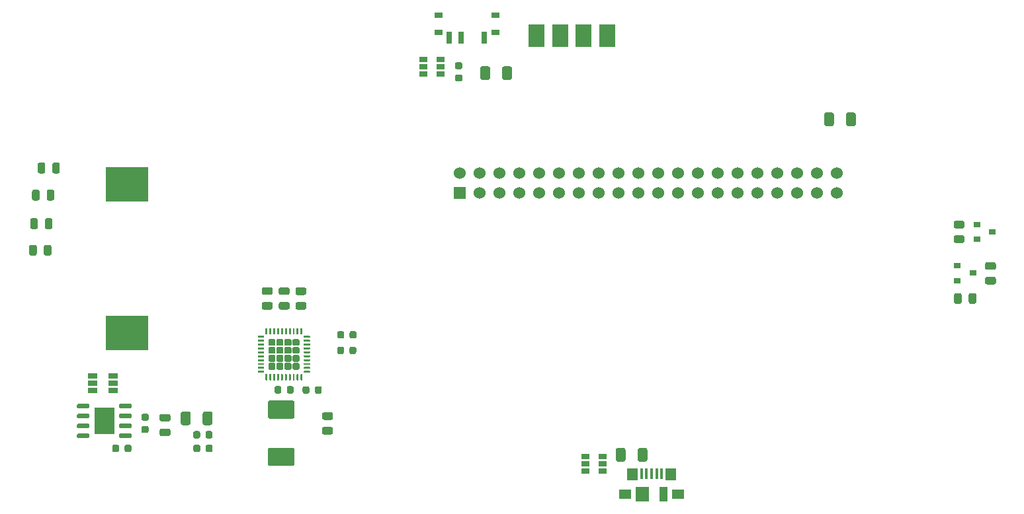
<source format=gbr>
%TF.GenerationSoftware,KiCad,Pcbnew,(5.1.6)-1*%
%TF.CreationDate,2021-04-26T08:49:06+02:00*%
%TF.ProjectId,GameboyPi,47616d65-626f-4795-9069-2e6b69636164,rev?*%
%TF.SameCoordinates,Original*%
%TF.FileFunction,Paste,Top*%
%TF.FilePolarity,Positive*%
%FSLAX46Y46*%
G04 Gerber Fmt 4.6, Leading zero omitted, Abs format (unit mm)*
G04 Created by KiCad (PCBNEW (5.1.6)-1) date 2021-04-26 08:49:06*
%MOMM*%
%LPD*%
G01*
G04 APERTURE LIST*
%ADD10R,2.000000X3.000000*%
%ADD11R,2.620000X3.510000*%
%ADD12R,1.524000X1.524000*%
%ADD13C,1.524000*%
%ADD14R,5.500000X4.500000*%
%ADD15R,1.060000X0.650000*%
%ADD16R,1.220000X0.650000*%
%ADD17R,1.000000X0.800000*%
%ADD18R,0.700000X1.500000*%
%ADD19R,1.000000X1.900000*%
%ADD20R,1.800000X1.900000*%
%ADD21R,1.650000X1.300000*%
%ADD22R,1.425000X1.550000*%
%ADD23R,0.450000X1.380000*%
%ADD24C,0.100000*%
%ADD25R,0.900000X0.800000*%
G04 APERTURE END LIST*
D10*
%TO.C,J10*%
X137450000Y-71400000D03*
%TD*%
%TO.C,J9*%
X134450000Y-71400000D03*
%TD*%
%TO.C,C16*%
G36*
G01*
X172502500Y-81487500D02*
X172502500Y-82737500D01*
G75*
G02*
X172252500Y-82987500I-250000J0D01*
G01*
X171502500Y-82987500D01*
G75*
G02*
X171252500Y-82737500I0J250000D01*
G01*
X171252500Y-81487500D01*
G75*
G02*
X171502500Y-81237500I250000J0D01*
G01*
X172252500Y-81237500D01*
G75*
G02*
X172502500Y-81487500I0J-250000D01*
G01*
G37*
G36*
G01*
X175302500Y-81487500D02*
X175302500Y-82737500D01*
G75*
G02*
X175052500Y-82987500I-250000J0D01*
G01*
X174302500Y-82987500D01*
G75*
G02*
X174052500Y-82737500I0J250000D01*
G01*
X174052500Y-81487500D01*
G75*
G02*
X174302500Y-81237500I250000J0D01*
G01*
X175052500Y-81237500D01*
G75*
G02*
X175302500Y-81487500I0J-250000D01*
G01*
G37*
%TD*%
%TO.C,J6*%
X140450000Y-71400000D03*
%TD*%
D11*
%TO.C,U4*%
X79110000Y-120780000D03*
G36*
G01*
X81010000Y-121546500D02*
X81010000Y-121241500D01*
G75*
G02*
X81162500Y-121089000I152500J0D01*
G01*
X82457500Y-121089000D01*
G75*
G02*
X82610000Y-121241500I0J-152500D01*
G01*
X82610000Y-121546500D01*
G75*
G02*
X82457500Y-121699000I-152500J0D01*
G01*
X81162500Y-121699000D01*
G75*
G02*
X81010000Y-121546500I0J152500D01*
G01*
G37*
G36*
G01*
X81010000Y-122816500D02*
X81010000Y-122511500D01*
G75*
G02*
X81162500Y-122359000I152500J0D01*
G01*
X82457500Y-122359000D01*
G75*
G02*
X82610000Y-122511500I0J-152500D01*
G01*
X82610000Y-122816500D01*
G75*
G02*
X82457500Y-122969000I-152500J0D01*
G01*
X81162500Y-122969000D01*
G75*
G02*
X81010000Y-122816500I0J152500D01*
G01*
G37*
G36*
G01*
X81010000Y-119006500D02*
X81010000Y-118701500D01*
G75*
G02*
X81162500Y-118549000I152500J0D01*
G01*
X82457500Y-118549000D01*
G75*
G02*
X82610000Y-118701500I0J-152500D01*
G01*
X82610000Y-119006500D01*
G75*
G02*
X82457500Y-119159000I-152500J0D01*
G01*
X81162500Y-119159000D01*
G75*
G02*
X81010000Y-119006500I0J152500D01*
G01*
G37*
G36*
G01*
X81010000Y-120276500D02*
X81010000Y-119971500D01*
G75*
G02*
X81162500Y-119819000I152500J0D01*
G01*
X82457500Y-119819000D01*
G75*
G02*
X82610000Y-119971500I0J-152500D01*
G01*
X82610000Y-120276500D01*
G75*
G02*
X82457500Y-120429000I-152500J0D01*
G01*
X81162500Y-120429000D01*
G75*
G02*
X81010000Y-120276500I0J152500D01*
G01*
G37*
G36*
G01*
X75610000Y-122816500D02*
X75610000Y-122511500D01*
G75*
G02*
X75762500Y-122359000I152500J0D01*
G01*
X77057500Y-122359000D01*
G75*
G02*
X77210000Y-122511500I0J-152500D01*
G01*
X77210000Y-122816500D01*
G75*
G02*
X77057500Y-122969000I-152500J0D01*
G01*
X75762500Y-122969000D01*
G75*
G02*
X75610000Y-122816500I0J152500D01*
G01*
G37*
G36*
G01*
X75610000Y-121546500D02*
X75610000Y-121241500D01*
G75*
G02*
X75762500Y-121089000I152500J0D01*
G01*
X77057500Y-121089000D01*
G75*
G02*
X77210000Y-121241500I0J-152500D01*
G01*
X77210000Y-121546500D01*
G75*
G02*
X77057500Y-121699000I-152500J0D01*
G01*
X75762500Y-121699000D01*
G75*
G02*
X75610000Y-121546500I0J152500D01*
G01*
G37*
G36*
G01*
X75610000Y-120276500D02*
X75610000Y-119971500D01*
G75*
G02*
X75762500Y-119819000I152500J0D01*
G01*
X77057500Y-119819000D01*
G75*
G02*
X77210000Y-119971500I0J-152500D01*
G01*
X77210000Y-120276500D01*
G75*
G02*
X77057500Y-120429000I-152500J0D01*
G01*
X75762500Y-120429000D01*
G75*
G02*
X75610000Y-120276500I0J152500D01*
G01*
G37*
G36*
G01*
X75610000Y-119006500D02*
X75610000Y-118701500D01*
G75*
G02*
X75762500Y-118549000I152500J0D01*
G01*
X77057500Y-118549000D01*
G75*
G02*
X77210000Y-118701500I0J-152500D01*
G01*
X77210000Y-119006500D01*
G75*
G02*
X77057500Y-119159000I-152500J0D01*
G01*
X75762500Y-119159000D01*
G75*
G02*
X75610000Y-119006500I0J152500D01*
G01*
G37*
%TD*%
D10*
%TO.C,J7*%
X143450000Y-71400000D03*
%TD*%
D12*
%TO.C,U1*%
X124570001Y-91530000D03*
D13*
X124570001Y-88990000D03*
X127110001Y-91530000D03*
X127110001Y-88990000D03*
X129650001Y-91530000D03*
X129650001Y-88990000D03*
X132190001Y-91530000D03*
X132190001Y-88990000D03*
X134730001Y-91530000D03*
X134730001Y-88990000D03*
X137270001Y-91530000D03*
X137270001Y-88990000D03*
X139810001Y-91530000D03*
X139810001Y-88990000D03*
X142350001Y-91530000D03*
X142350001Y-88990000D03*
X144890001Y-91530000D03*
X144890001Y-88990000D03*
X147430001Y-91530000D03*
X147430001Y-88990000D03*
X149970001Y-91530000D03*
X149970001Y-88990000D03*
X152510001Y-91530000D03*
X152510001Y-88990000D03*
X155050001Y-91530000D03*
X155050001Y-88990000D03*
X157590001Y-91530000D03*
X157590001Y-88990000D03*
X160130001Y-91530000D03*
X160130001Y-88990000D03*
X162670001Y-91530000D03*
X162670001Y-88990000D03*
X165210001Y-91530000D03*
X165210001Y-88990000D03*
X167750001Y-91530000D03*
X167750001Y-88990000D03*
X170290001Y-91530000D03*
X170290001Y-88990000D03*
X172830001Y-91530000D03*
X172830001Y-88990000D03*
%TD*%
D14*
%TO.C,BT1*%
X82030000Y-109460000D03*
X82030000Y-90460000D03*
%TD*%
%TO.C,L1*%
G36*
G01*
X100295000Y-124185000D02*
X103225000Y-124185000D01*
G75*
G02*
X103460000Y-124420000I0J-235000D01*
G01*
X103460000Y-126300000D01*
G75*
G02*
X103225000Y-126535000I-235000J0D01*
G01*
X100295000Y-126535000D01*
G75*
G02*
X100060000Y-126300000I0J235000D01*
G01*
X100060000Y-124420000D01*
G75*
G02*
X100295000Y-124185000I235000J0D01*
G01*
G37*
G36*
G01*
X100295000Y-118135000D02*
X103225000Y-118135000D01*
G75*
G02*
X103460000Y-118370000I0J-235000D01*
G01*
X103460000Y-120250000D01*
G75*
G02*
X103225000Y-120485000I-235000J0D01*
G01*
X100295000Y-120485000D01*
G75*
G02*
X100060000Y-120250000I0J235000D01*
G01*
X100060000Y-118370000D01*
G75*
G02*
X100295000Y-118135000I235000J0D01*
G01*
G37*
%TD*%
D15*
%TO.C,M3*%
X142930000Y-126240000D03*
X142930000Y-125290000D03*
X142930000Y-127190000D03*
X140730000Y-127190000D03*
X140730000Y-126240000D03*
X140730000Y-125290000D03*
%TD*%
%TO.C,M2*%
X122147500Y-75375000D03*
X122147500Y-74425000D03*
X122147500Y-76325000D03*
X119947500Y-76325000D03*
X119947500Y-75375000D03*
X119947500Y-74425000D03*
%TD*%
D16*
%TO.C,M1*%
X80250000Y-114990000D03*
X80250000Y-115940000D03*
X80250000Y-116890000D03*
X77630000Y-116890000D03*
X77630000Y-115940000D03*
X77630000Y-114990000D03*
%TD*%
%TO.C,R5*%
G36*
G01*
X84576250Y-120722500D02*
X84063750Y-120722500D01*
G75*
G02*
X83845000Y-120503750I0J218750D01*
G01*
X83845000Y-120066250D01*
G75*
G02*
X84063750Y-119847500I218750J0D01*
G01*
X84576250Y-119847500D01*
G75*
G02*
X84795000Y-120066250I0J-218750D01*
G01*
X84795000Y-120503750D01*
G75*
G02*
X84576250Y-120722500I-218750J0D01*
G01*
G37*
G36*
G01*
X84576250Y-122297500D02*
X84063750Y-122297500D01*
G75*
G02*
X83845000Y-122078750I0J218750D01*
G01*
X83845000Y-121641250D01*
G75*
G02*
X84063750Y-121422500I218750J0D01*
G01*
X84576250Y-121422500D01*
G75*
G02*
X84795000Y-121641250I0J-218750D01*
G01*
X84795000Y-122078750D01*
G75*
G02*
X84576250Y-122297500I-218750J0D01*
G01*
G37*
%TD*%
%TO.C,C15*%
G36*
G01*
X130040000Y-76810000D02*
X130040000Y-75560000D01*
G75*
G02*
X130290000Y-75310000I250000J0D01*
G01*
X131040000Y-75310000D01*
G75*
G02*
X131290000Y-75560000I0J-250000D01*
G01*
X131290000Y-76810000D01*
G75*
G02*
X131040000Y-77060000I-250000J0D01*
G01*
X130290000Y-77060000D01*
G75*
G02*
X130040000Y-76810000I0J250000D01*
G01*
G37*
G36*
G01*
X127240000Y-76810000D02*
X127240000Y-75560000D01*
G75*
G02*
X127490000Y-75310000I250000J0D01*
G01*
X128240000Y-75310000D01*
G75*
G02*
X128490000Y-75560000I0J-250000D01*
G01*
X128490000Y-76810000D01*
G75*
G02*
X128240000Y-77060000I-250000J0D01*
G01*
X127490000Y-77060000D01*
G75*
G02*
X127240000Y-76810000I0J250000D01*
G01*
G37*
%TD*%
%TO.C,C14*%
G36*
G01*
X124733750Y-75690000D02*
X124221250Y-75690000D01*
G75*
G02*
X124002500Y-75471250I0J218750D01*
G01*
X124002500Y-75033750D01*
G75*
G02*
X124221250Y-74815000I218750J0D01*
G01*
X124733750Y-74815000D01*
G75*
G02*
X124952500Y-75033750I0J-218750D01*
G01*
X124952500Y-75471250D01*
G75*
G02*
X124733750Y-75690000I-218750J0D01*
G01*
G37*
G36*
G01*
X124733750Y-77265000D02*
X124221250Y-77265000D01*
G75*
G02*
X124002500Y-77046250I0J218750D01*
G01*
X124002500Y-76608750D01*
G75*
G02*
X124221250Y-76390000I218750J0D01*
G01*
X124733750Y-76390000D01*
G75*
G02*
X124952500Y-76608750I0J-218750D01*
G01*
X124952500Y-77046250D01*
G75*
G02*
X124733750Y-77265000I-218750J0D01*
G01*
G37*
%TD*%
%TO.C,C13*%
G36*
G01*
X109812500Y-109478750D02*
X109812500Y-109991250D01*
G75*
G02*
X109593750Y-110210000I-218750J0D01*
G01*
X109156250Y-110210000D01*
G75*
G02*
X108937500Y-109991250I0J218750D01*
G01*
X108937500Y-109478750D01*
G75*
G02*
X109156250Y-109260000I218750J0D01*
G01*
X109593750Y-109260000D01*
G75*
G02*
X109812500Y-109478750I0J-218750D01*
G01*
G37*
G36*
G01*
X111387500Y-109478750D02*
X111387500Y-109991250D01*
G75*
G02*
X111168750Y-110210000I-218750J0D01*
G01*
X110731250Y-110210000D01*
G75*
G02*
X110512500Y-109991250I0J218750D01*
G01*
X110512500Y-109478750D01*
G75*
G02*
X110731250Y-109260000I218750J0D01*
G01*
X111168750Y-109260000D01*
G75*
G02*
X111387500Y-109478750I0J-218750D01*
G01*
G37*
%TD*%
%TO.C,C12*%
G36*
G01*
X81015000Y-124031250D02*
X81015000Y-124543750D01*
G75*
G02*
X80796250Y-124762500I-218750J0D01*
G01*
X80358750Y-124762500D01*
G75*
G02*
X80140000Y-124543750I0J218750D01*
G01*
X80140000Y-124031250D01*
G75*
G02*
X80358750Y-123812500I218750J0D01*
G01*
X80796250Y-123812500D01*
G75*
G02*
X81015000Y-124031250I0J-218750D01*
G01*
G37*
G36*
G01*
X82590000Y-124031250D02*
X82590000Y-124543750D01*
G75*
G02*
X82371250Y-124762500I-218750J0D01*
G01*
X81933750Y-124762500D01*
G75*
G02*
X81715000Y-124543750I0J218750D01*
G01*
X81715000Y-124031250D01*
G75*
G02*
X81933750Y-123812500I218750J0D01*
G01*
X82371250Y-123812500D01*
G75*
G02*
X82590000Y-124031250I0J-218750D01*
G01*
G37*
%TD*%
%TO.C,R4*%
G36*
G01*
X110485000Y-111988750D02*
X110485000Y-111476250D01*
G75*
G02*
X110703750Y-111257500I218750J0D01*
G01*
X111141250Y-111257500D01*
G75*
G02*
X111360000Y-111476250I0J-218750D01*
G01*
X111360000Y-111988750D01*
G75*
G02*
X111141250Y-112207500I-218750J0D01*
G01*
X110703750Y-112207500D01*
G75*
G02*
X110485000Y-111988750I0J218750D01*
G01*
G37*
G36*
G01*
X108910000Y-111988750D02*
X108910000Y-111476250D01*
G75*
G02*
X109128750Y-111257500I218750J0D01*
G01*
X109566250Y-111257500D01*
G75*
G02*
X109785000Y-111476250I0J-218750D01*
G01*
X109785000Y-111988750D01*
G75*
G02*
X109566250Y-112207500I-218750J0D01*
G01*
X109128750Y-112207500D01*
G75*
G02*
X108910000Y-111988750I0J218750D01*
G01*
G37*
%TD*%
%TO.C,C8*%
G36*
G01*
X91380000Y-122278750D02*
X91380000Y-122791250D01*
G75*
G02*
X91161250Y-123010000I-218750J0D01*
G01*
X90723750Y-123010000D01*
G75*
G02*
X90505000Y-122791250I0J218750D01*
G01*
X90505000Y-122278750D01*
G75*
G02*
X90723750Y-122060000I218750J0D01*
G01*
X91161250Y-122060000D01*
G75*
G02*
X91380000Y-122278750I0J-218750D01*
G01*
G37*
G36*
G01*
X92955000Y-122278750D02*
X92955000Y-122791250D01*
G75*
G02*
X92736250Y-123010000I-218750J0D01*
G01*
X92298750Y-123010000D01*
G75*
G02*
X92080000Y-122791250I0J218750D01*
G01*
X92080000Y-122278750D01*
G75*
G02*
X92298750Y-122060000I218750J0D01*
G01*
X92736250Y-122060000D01*
G75*
G02*
X92955000Y-122278750I0J-218750D01*
G01*
G37*
%TD*%
%TO.C,C7*%
G36*
G01*
X91390000Y-124028750D02*
X91390000Y-124541250D01*
G75*
G02*
X91171250Y-124760000I-218750J0D01*
G01*
X90733750Y-124760000D01*
G75*
G02*
X90515000Y-124541250I0J218750D01*
G01*
X90515000Y-124028750D01*
G75*
G02*
X90733750Y-123810000I218750J0D01*
G01*
X91171250Y-123810000D01*
G75*
G02*
X91390000Y-124028750I0J-218750D01*
G01*
G37*
G36*
G01*
X92965000Y-124028750D02*
X92965000Y-124541250D01*
G75*
G02*
X92746250Y-124760000I-218750J0D01*
G01*
X92308750Y-124760000D01*
G75*
G02*
X92090000Y-124541250I0J218750D01*
G01*
X92090000Y-124028750D01*
G75*
G02*
X92308750Y-123810000I218750J0D01*
G01*
X92746250Y-123810000D01*
G75*
G02*
X92965000Y-124028750I0J-218750D01*
G01*
G37*
%TD*%
%TO.C,R3*%
G36*
G01*
X90157500Y-119810000D02*
X90157500Y-121060000D01*
G75*
G02*
X89907500Y-121310000I-250000J0D01*
G01*
X89157500Y-121310000D01*
G75*
G02*
X88907500Y-121060000I0J250000D01*
G01*
X88907500Y-119810000D01*
G75*
G02*
X89157500Y-119560000I250000J0D01*
G01*
X89907500Y-119560000D01*
G75*
G02*
X90157500Y-119810000I0J-250000D01*
G01*
G37*
G36*
G01*
X92957500Y-119810000D02*
X92957500Y-121060000D01*
G75*
G02*
X92707500Y-121310000I-250000J0D01*
G01*
X91957500Y-121310000D01*
G75*
G02*
X91707500Y-121060000I0J250000D01*
G01*
X91707500Y-119810000D01*
G75*
G02*
X91957500Y-119560000I250000J0D01*
G01*
X92707500Y-119560000D01*
G75*
G02*
X92957500Y-119810000I0J-250000D01*
G01*
G37*
%TD*%
%TO.C,C11*%
G36*
G01*
X106075000Y-117063750D02*
X106075000Y-116551250D01*
G75*
G02*
X106293750Y-116332500I218750J0D01*
G01*
X106731250Y-116332500D01*
G75*
G02*
X106950000Y-116551250I0J-218750D01*
G01*
X106950000Y-117063750D01*
G75*
G02*
X106731250Y-117282500I-218750J0D01*
G01*
X106293750Y-117282500D01*
G75*
G02*
X106075000Y-117063750I0J218750D01*
G01*
G37*
G36*
G01*
X104500000Y-117063750D02*
X104500000Y-116551250D01*
G75*
G02*
X104718750Y-116332500I218750J0D01*
G01*
X105156250Y-116332500D01*
G75*
G02*
X105375000Y-116551250I0J-218750D01*
G01*
X105375000Y-117063750D01*
G75*
G02*
X105156250Y-117282500I-218750J0D01*
G01*
X104718750Y-117282500D01*
G75*
G02*
X104500000Y-117063750I0J218750D01*
G01*
G37*
%TD*%
%TO.C,C10*%
G36*
G01*
X101775000Y-116523750D02*
X101775000Y-117036250D01*
G75*
G02*
X101556250Y-117255000I-218750J0D01*
G01*
X101118750Y-117255000D01*
G75*
G02*
X100900000Y-117036250I0J218750D01*
G01*
X100900000Y-116523750D01*
G75*
G02*
X101118750Y-116305000I218750J0D01*
G01*
X101556250Y-116305000D01*
G75*
G02*
X101775000Y-116523750I0J-218750D01*
G01*
G37*
G36*
G01*
X103350000Y-116523750D02*
X103350000Y-117036250D01*
G75*
G02*
X103131250Y-117255000I-218750J0D01*
G01*
X102693750Y-117255000D01*
G75*
G02*
X102475000Y-117036250I0J218750D01*
G01*
X102475000Y-116523750D01*
G75*
G02*
X102693750Y-116305000I218750J0D01*
G01*
X103131250Y-116305000D01*
G75*
G02*
X103350000Y-116523750I0J-218750D01*
G01*
G37*
%TD*%
%TO.C,C9*%
G36*
G01*
X107223750Y-121530000D02*
X108136250Y-121530000D01*
G75*
G02*
X108380000Y-121773750I0J-243750D01*
G01*
X108380000Y-122261250D01*
G75*
G02*
X108136250Y-122505000I-243750J0D01*
G01*
X107223750Y-122505000D01*
G75*
G02*
X106980000Y-122261250I0J243750D01*
G01*
X106980000Y-121773750D01*
G75*
G02*
X107223750Y-121530000I243750J0D01*
G01*
G37*
G36*
G01*
X107223750Y-119655000D02*
X108136250Y-119655000D01*
G75*
G02*
X108380000Y-119898750I0J-243750D01*
G01*
X108380000Y-120386250D01*
G75*
G02*
X108136250Y-120630000I-243750J0D01*
G01*
X107223750Y-120630000D01*
G75*
G02*
X106980000Y-120386250I0J243750D01*
G01*
X106980000Y-119898750D01*
G75*
G02*
X107223750Y-119655000I243750J0D01*
G01*
G37*
%TD*%
%TO.C,C6*%
G36*
G01*
X86426250Y-121740000D02*
X87338750Y-121740000D01*
G75*
G02*
X87582500Y-121983750I0J-243750D01*
G01*
X87582500Y-122471250D01*
G75*
G02*
X87338750Y-122715000I-243750J0D01*
G01*
X86426250Y-122715000D01*
G75*
G02*
X86182500Y-122471250I0J243750D01*
G01*
X86182500Y-121983750D01*
G75*
G02*
X86426250Y-121740000I243750J0D01*
G01*
G37*
G36*
G01*
X86426250Y-119865000D02*
X87338750Y-119865000D01*
G75*
G02*
X87582500Y-120108750I0J-243750D01*
G01*
X87582500Y-120596250D01*
G75*
G02*
X87338750Y-120840000I-243750J0D01*
G01*
X86426250Y-120840000D01*
G75*
G02*
X86182500Y-120596250I0J243750D01*
G01*
X86182500Y-120108750D01*
G75*
G02*
X86426250Y-119865000I243750J0D01*
G01*
G37*
%TD*%
%TO.C,D4*%
G36*
G01*
X72450000Y-88806250D02*
X72450000Y-87893750D01*
G75*
G02*
X72693750Y-87650000I243750J0D01*
G01*
X73181250Y-87650000D01*
G75*
G02*
X73425000Y-87893750I0J-243750D01*
G01*
X73425000Y-88806250D01*
G75*
G02*
X73181250Y-89050000I-243750J0D01*
G01*
X72693750Y-89050000D01*
G75*
G02*
X72450000Y-88806250I0J243750D01*
G01*
G37*
G36*
G01*
X70575000Y-88806250D02*
X70575000Y-87893750D01*
G75*
G02*
X70818750Y-87650000I243750J0D01*
G01*
X71306250Y-87650000D01*
G75*
G02*
X71550000Y-87893750I0J-243750D01*
G01*
X71550000Y-88806250D01*
G75*
G02*
X71306250Y-89050000I-243750J0D01*
G01*
X70818750Y-89050000D01*
G75*
G02*
X70575000Y-88806250I0J243750D01*
G01*
G37*
%TD*%
%TO.C,D3*%
G36*
G01*
X70842500Y-91363750D02*
X70842500Y-92276250D01*
G75*
G02*
X70598750Y-92520000I-243750J0D01*
G01*
X70111250Y-92520000D01*
G75*
G02*
X69867500Y-92276250I0J243750D01*
G01*
X69867500Y-91363750D01*
G75*
G02*
X70111250Y-91120000I243750J0D01*
G01*
X70598750Y-91120000D01*
G75*
G02*
X70842500Y-91363750I0J-243750D01*
G01*
G37*
G36*
G01*
X72717500Y-91363750D02*
X72717500Y-92276250D01*
G75*
G02*
X72473750Y-92520000I-243750J0D01*
G01*
X71986250Y-92520000D01*
G75*
G02*
X71742500Y-92276250I0J243750D01*
G01*
X71742500Y-91363750D01*
G75*
G02*
X71986250Y-91120000I243750J0D01*
G01*
X72473750Y-91120000D01*
G75*
G02*
X72717500Y-91363750I0J-243750D01*
G01*
G37*
%TD*%
%TO.C,D2*%
G36*
G01*
X71510000Y-95946250D02*
X71510000Y-95033750D01*
G75*
G02*
X71753750Y-94790000I243750J0D01*
G01*
X72241250Y-94790000D01*
G75*
G02*
X72485000Y-95033750I0J-243750D01*
G01*
X72485000Y-95946250D01*
G75*
G02*
X72241250Y-96190000I-243750J0D01*
G01*
X71753750Y-96190000D01*
G75*
G02*
X71510000Y-95946250I0J243750D01*
G01*
G37*
G36*
G01*
X69635000Y-95946250D02*
X69635000Y-95033750D01*
G75*
G02*
X69878750Y-94790000I243750J0D01*
G01*
X70366250Y-94790000D01*
G75*
G02*
X70610000Y-95033750I0J-243750D01*
G01*
X70610000Y-95946250D01*
G75*
G02*
X70366250Y-96190000I-243750J0D01*
G01*
X69878750Y-96190000D01*
G75*
G02*
X69635000Y-95946250I0J243750D01*
G01*
G37*
%TD*%
%TO.C,D1*%
G36*
G01*
X70472500Y-98433750D02*
X70472500Y-99346250D01*
G75*
G02*
X70228750Y-99590000I-243750J0D01*
G01*
X69741250Y-99590000D01*
G75*
G02*
X69497500Y-99346250I0J243750D01*
G01*
X69497500Y-98433750D01*
G75*
G02*
X69741250Y-98190000I243750J0D01*
G01*
X70228750Y-98190000D01*
G75*
G02*
X70472500Y-98433750I0J-243750D01*
G01*
G37*
G36*
G01*
X72347500Y-98433750D02*
X72347500Y-99346250D01*
G75*
G02*
X72103750Y-99590000I-243750J0D01*
G01*
X71616250Y-99590000D01*
G75*
G02*
X71372500Y-99346250I0J243750D01*
G01*
X71372500Y-98433750D01*
G75*
G02*
X71616250Y-98190000I243750J0D01*
G01*
X72103750Y-98190000D01*
G75*
G02*
X72347500Y-98433750I0J-243750D01*
G01*
G37*
%TD*%
D17*
%TO.C,SW12*%
X129165000Y-71007500D03*
X121865000Y-71007500D03*
X121865000Y-68797500D03*
X129165000Y-68797500D03*
D18*
X123265000Y-71657500D03*
X124765000Y-71657500D03*
X127765000Y-71657500D03*
%TD*%
%TO.C,C5*%
G36*
G01*
X104736250Y-104625000D02*
X103823750Y-104625000D01*
G75*
G02*
X103580000Y-104381250I0J243750D01*
G01*
X103580000Y-103893750D01*
G75*
G02*
X103823750Y-103650000I243750J0D01*
G01*
X104736250Y-103650000D01*
G75*
G02*
X104980000Y-103893750I0J-243750D01*
G01*
X104980000Y-104381250D01*
G75*
G02*
X104736250Y-104625000I-243750J0D01*
G01*
G37*
G36*
G01*
X104736250Y-106500000D02*
X103823750Y-106500000D01*
G75*
G02*
X103580000Y-106256250I0J243750D01*
G01*
X103580000Y-105768750D01*
G75*
G02*
X103823750Y-105525000I243750J0D01*
G01*
X104736250Y-105525000D01*
G75*
G02*
X104980000Y-105768750I0J-243750D01*
G01*
X104980000Y-106256250D01*
G75*
G02*
X104736250Y-106500000I-243750J0D01*
G01*
G37*
%TD*%
%TO.C,C4*%
G36*
G01*
X102596250Y-104617500D02*
X101683750Y-104617500D01*
G75*
G02*
X101440000Y-104373750I0J243750D01*
G01*
X101440000Y-103886250D01*
G75*
G02*
X101683750Y-103642500I243750J0D01*
G01*
X102596250Y-103642500D01*
G75*
G02*
X102840000Y-103886250I0J-243750D01*
G01*
X102840000Y-104373750D01*
G75*
G02*
X102596250Y-104617500I-243750J0D01*
G01*
G37*
G36*
G01*
X102596250Y-106492500D02*
X101683750Y-106492500D01*
G75*
G02*
X101440000Y-106248750I0J243750D01*
G01*
X101440000Y-105761250D01*
G75*
G02*
X101683750Y-105517500I243750J0D01*
G01*
X102596250Y-105517500D01*
G75*
G02*
X102840000Y-105761250I0J-243750D01*
G01*
X102840000Y-106248750D01*
G75*
G02*
X102596250Y-106492500I-243750J0D01*
G01*
G37*
%TD*%
%TO.C,C3*%
G36*
G01*
X100426250Y-104617500D02*
X99513750Y-104617500D01*
G75*
G02*
X99270000Y-104373750I0J243750D01*
G01*
X99270000Y-103886250D01*
G75*
G02*
X99513750Y-103642500I243750J0D01*
G01*
X100426250Y-103642500D01*
G75*
G02*
X100670000Y-103886250I0J-243750D01*
G01*
X100670000Y-104373750D01*
G75*
G02*
X100426250Y-104617500I-243750J0D01*
G01*
G37*
G36*
G01*
X100426250Y-106492500D02*
X99513750Y-106492500D01*
G75*
G02*
X99270000Y-106248750I0J243750D01*
G01*
X99270000Y-105761250D01*
G75*
G02*
X99513750Y-105517500I243750J0D01*
G01*
X100426250Y-105517500D01*
G75*
G02*
X100670000Y-105761250I0J-243750D01*
G01*
X100670000Y-106248750D01*
G75*
G02*
X100426250Y-106492500I-243750J0D01*
G01*
G37*
%TD*%
%TO.C,C2*%
G36*
G01*
X145830000Y-124477500D02*
X145830000Y-125727500D01*
G75*
G02*
X145580000Y-125977500I-250000J0D01*
G01*
X144830000Y-125977500D01*
G75*
G02*
X144580000Y-125727500I0J250000D01*
G01*
X144580000Y-124477500D01*
G75*
G02*
X144830000Y-124227500I250000J0D01*
G01*
X145580000Y-124227500D01*
G75*
G02*
X145830000Y-124477500I0J-250000D01*
G01*
G37*
G36*
G01*
X148630000Y-124477500D02*
X148630000Y-125727500D01*
G75*
G02*
X148380000Y-125977500I-250000J0D01*
G01*
X147630000Y-125977500D01*
G75*
G02*
X147380000Y-125727500I0J250000D01*
G01*
X147380000Y-124477500D01*
G75*
G02*
X147630000Y-124227500I250000J0D01*
G01*
X148380000Y-124227500D01*
G75*
G02*
X148630000Y-124477500I0J-250000D01*
G01*
G37*
%TD*%
D19*
%TO.C,J5*%
X150720000Y-130172000D03*
D20*
X148020000Y-130172000D03*
D21*
X152545000Y-130172000D03*
X145795000Y-130172000D03*
D22*
X151657500Y-127597000D03*
X146682500Y-127597000D03*
D23*
X150470000Y-127512000D03*
X149820000Y-127512000D03*
X149170000Y-127512000D03*
X148520000Y-127512000D03*
X147870000Y-127512000D03*
%TD*%
D24*
%TO.C,U3*%
G36*
X103204126Y-110408765D02*
G01*
X103210107Y-110389050D01*
X103219819Y-110370880D01*
X103232889Y-110354954D01*
X103319954Y-110267889D01*
X103335880Y-110254819D01*
X103354050Y-110245107D01*
X103373765Y-110239126D01*
X103394268Y-110237107D01*
X103900732Y-110237107D01*
X103921235Y-110239126D01*
X103940950Y-110245107D01*
X103959120Y-110254819D01*
X103975046Y-110267889D01*
X104062111Y-110354954D01*
X104075181Y-110370880D01*
X104084893Y-110389050D01*
X104090874Y-110408765D01*
X104092893Y-110429268D01*
X104092893Y-110935732D01*
X104090874Y-110956235D01*
X104084893Y-110975950D01*
X104075181Y-110994120D01*
X104062111Y-111010046D01*
X103975046Y-111097111D01*
X103959120Y-111110181D01*
X103940950Y-111119893D01*
X103921235Y-111125874D01*
X103900732Y-111127893D01*
X103394268Y-111127893D01*
X103373765Y-111125874D01*
X103354050Y-111119893D01*
X103335880Y-111110181D01*
X103319954Y-111097111D01*
X103232889Y-111010046D01*
X103219819Y-110994120D01*
X103210107Y-110975950D01*
X103204126Y-110956235D01*
X103202107Y-110935732D01*
X103202107Y-110429268D01*
X103204126Y-110408765D01*
G37*
G36*
X102179126Y-110408765D02*
G01*
X102185107Y-110389050D01*
X102194819Y-110370880D01*
X102207889Y-110354954D01*
X102294954Y-110267889D01*
X102310880Y-110254819D01*
X102329050Y-110245107D01*
X102348765Y-110239126D01*
X102369268Y-110237107D01*
X102875732Y-110237107D01*
X102896235Y-110239126D01*
X102915950Y-110245107D01*
X102934120Y-110254819D01*
X102950046Y-110267889D01*
X103037111Y-110354954D01*
X103050181Y-110370880D01*
X103059893Y-110389050D01*
X103065874Y-110408765D01*
X103067893Y-110429268D01*
X103067893Y-110935732D01*
X103065874Y-110956235D01*
X103059893Y-110975950D01*
X103050181Y-110994120D01*
X103037111Y-111010046D01*
X102950046Y-111097111D01*
X102934120Y-111110181D01*
X102915950Y-111119893D01*
X102896235Y-111125874D01*
X102875732Y-111127893D01*
X102369268Y-111127893D01*
X102348765Y-111125874D01*
X102329050Y-111119893D01*
X102310880Y-111110181D01*
X102294954Y-111097111D01*
X102207889Y-111010046D01*
X102194819Y-110994120D01*
X102185107Y-110975950D01*
X102179126Y-110956235D01*
X102177107Y-110935732D01*
X102177107Y-110429268D01*
X102179126Y-110408765D01*
G37*
G36*
X101154126Y-110408765D02*
G01*
X101160107Y-110389050D01*
X101169819Y-110370880D01*
X101182889Y-110354954D01*
X101269954Y-110267889D01*
X101285880Y-110254819D01*
X101304050Y-110245107D01*
X101323765Y-110239126D01*
X101344268Y-110237107D01*
X101850732Y-110237107D01*
X101871235Y-110239126D01*
X101890950Y-110245107D01*
X101909120Y-110254819D01*
X101925046Y-110267889D01*
X102012111Y-110354954D01*
X102025181Y-110370880D01*
X102034893Y-110389050D01*
X102040874Y-110408765D01*
X102042893Y-110429268D01*
X102042893Y-110935732D01*
X102040874Y-110956235D01*
X102034893Y-110975950D01*
X102025181Y-110994120D01*
X102012111Y-111010046D01*
X101925046Y-111097111D01*
X101909120Y-111110181D01*
X101890950Y-111119893D01*
X101871235Y-111125874D01*
X101850732Y-111127893D01*
X101344268Y-111127893D01*
X101323765Y-111125874D01*
X101304050Y-111119893D01*
X101285880Y-111110181D01*
X101269954Y-111097111D01*
X101182889Y-111010046D01*
X101169819Y-110994120D01*
X101160107Y-110975950D01*
X101154126Y-110956235D01*
X101152107Y-110935732D01*
X101152107Y-110429268D01*
X101154126Y-110408765D01*
G37*
G36*
X100129126Y-110408765D02*
G01*
X100135107Y-110389050D01*
X100144819Y-110370880D01*
X100157889Y-110354954D01*
X100244954Y-110267889D01*
X100260880Y-110254819D01*
X100279050Y-110245107D01*
X100298765Y-110239126D01*
X100319268Y-110237107D01*
X100825732Y-110237107D01*
X100846235Y-110239126D01*
X100865950Y-110245107D01*
X100884120Y-110254819D01*
X100900046Y-110267889D01*
X100987111Y-110354954D01*
X101000181Y-110370880D01*
X101009893Y-110389050D01*
X101015874Y-110408765D01*
X101017893Y-110429268D01*
X101017893Y-110935732D01*
X101015874Y-110956235D01*
X101009893Y-110975950D01*
X101000181Y-110994120D01*
X100987111Y-111010046D01*
X100900046Y-111097111D01*
X100884120Y-111110181D01*
X100865950Y-111119893D01*
X100846235Y-111125874D01*
X100825732Y-111127893D01*
X100319268Y-111127893D01*
X100298765Y-111125874D01*
X100279050Y-111119893D01*
X100260880Y-111110181D01*
X100244954Y-111097111D01*
X100157889Y-111010046D01*
X100144819Y-110994120D01*
X100135107Y-110975950D01*
X100129126Y-110956235D01*
X100127107Y-110935732D01*
X100127107Y-110429268D01*
X100129126Y-110408765D01*
G37*
G36*
X103204126Y-111433765D02*
G01*
X103210107Y-111414050D01*
X103219819Y-111395880D01*
X103232889Y-111379954D01*
X103319954Y-111292889D01*
X103335880Y-111279819D01*
X103354050Y-111270107D01*
X103373765Y-111264126D01*
X103394268Y-111262107D01*
X103900732Y-111262107D01*
X103921235Y-111264126D01*
X103940950Y-111270107D01*
X103959120Y-111279819D01*
X103975046Y-111292889D01*
X104062111Y-111379954D01*
X104075181Y-111395880D01*
X104084893Y-111414050D01*
X104090874Y-111433765D01*
X104092893Y-111454268D01*
X104092893Y-111960732D01*
X104090874Y-111981235D01*
X104084893Y-112000950D01*
X104075181Y-112019120D01*
X104062111Y-112035046D01*
X103975046Y-112122111D01*
X103959120Y-112135181D01*
X103940950Y-112144893D01*
X103921235Y-112150874D01*
X103900732Y-112152893D01*
X103394268Y-112152893D01*
X103373765Y-112150874D01*
X103354050Y-112144893D01*
X103335880Y-112135181D01*
X103319954Y-112122111D01*
X103232889Y-112035046D01*
X103219819Y-112019120D01*
X103210107Y-112000950D01*
X103204126Y-111981235D01*
X103202107Y-111960732D01*
X103202107Y-111454268D01*
X103204126Y-111433765D01*
G37*
G36*
X102179126Y-111433765D02*
G01*
X102185107Y-111414050D01*
X102194819Y-111395880D01*
X102207889Y-111379954D01*
X102294954Y-111292889D01*
X102310880Y-111279819D01*
X102329050Y-111270107D01*
X102348765Y-111264126D01*
X102369268Y-111262107D01*
X102875732Y-111262107D01*
X102896235Y-111264126D01*
X102915950Y-111270107D01*
X102934120Y-111279819D01*
X102950046Y-111292889D01*
X103037111Y-111379954D01*
X103050181Y-111395880D01*
X103059893Y-111414050D01*
X103065874Y-111433765D01*
X103067893Y-111454268D01*
X103067893Y-111960732D01*
X103065874Y-111981235D01*
X103059893Y-112000950D01*
X103050181Y-112019120D01*
X103037111Y-112035046D01*
X102950046Y-112122111D01*
X102934120Y-112135181D01*
X102915950Y-112144893D01*
X102896235Y-112150874D01*
X102875732Y-112152893D01*
X102369268Y-112152893D01*
X102348765Y-112150874D01*
X102329050Y-112144893D01*
X102310880Y-112135181D01*
X102294954Y-112122111D01*
X102207889Y-112035046D01*
X102194819Y-112019120D01*
X102185107Y-112000950D01*
X102179126Y-111981235D01*
X102177107Y-111960732D01*
X102177107Y-111454268D01*
X102179126Y-111433765D01*
G37*
G36*
X101154126Y-111433765D02*
G01*
X101160107Y-111414050D01*
X101169819Y-111395880D01*
X101182889Y-111379954D01*
X101269954Y-111292889D01*
X101285880Y-111279819D01*
X101304050Y-111270107D01*
X101323765Y-111264126D01*
X101344268Y-111262107D01*
X101850732Y-111262107D01*
X101871235Y-111264126D01*
X101890950Y-111270107D01*
X101909120Y-111279819D01*
X101925046Y-111292889D01*
X102012111Y-111379954D01*
X102025181Y-111395880D01*
X102034893Y-111414050D01*
X102040874Y-111433765D01*
X102042893Y-111454268D01*
X102042893Y-111960732D01*
X102040874Y-111981235D01*
X102034893Y-112000950D01*
X102025181Y-112019120D01*
X102012111Y-112035046D01*
X101925046Y-112122111D01*
X101909120Y-112135181D01*
X101890950Y-112144893D01*
X101871235Y-112150874D01*
X101850732Y-112152893D01*
X101344268Y-112152893D01*
X101323765Y-112150874D01*
X101304050Y-112144893D01*
X101285880Y-112135181D01*
X101269954Y-112122111D01*
X101182889Y-112035046D01*
X101169819Y-112019120D01*
X101160107Y-112000950D01*
X101154126Y-111981235D01*
X101152107Y-111960732D01*
X101152107Y-111454268D01*
X101154126Y-111433765D01*
G37*
G36*
X100129126Y-111433765D02*
G01*
X100135107Y-111414050D01*
X100144819Y-111395880D01*
X100157889Y-111379954D01*
X100244954Y-111292889D01*
X100260880Y-111279819D01*
X100279050Y-111270107D01*
X100298765Y-111264126D01*
X100319268Y-111262107D01*
X100825732Y-111262107D01*
X100846235Y-111264126D01*
X100865950Y-111270107D01*
X100884120Y-111279819D01*
X100900046Y-111292889D01*
X100987111Y-111379954D01*
X101000181Y-111395880D01*
X101009893Y-111414050D01*
X101015874Y-111433765D01*
X101017893Y-111454268D01*
X101017893Y-111960732D01*
X101015874Y-111981235D01*
X101009893Y-112000950D01*
X101000181Y-112019120D01*
X100987111Y-112035046D01*
X100900046Y-112122111D01*
X100884120Y-112135181D01*
X100865950Y-112144893D01*
X100846235Y-112150874D01*
X100825732Y-112152893D01*
X100319268Y-112152893D01*
X100298765Y-112150874D01*
X100279050Y-112144893D01*
X100260880Y-112135181D01*
X100244954Y-112122111D01*
X100157889Y-112035046D01*
X100144819Y-112019120D01*
X100135107Y-112000950D01*
X100129126Y-111981235D01*
X100127107Y-111960732D01*
X100127107Y-111454268D01*
X100129126Y-111433765D01*
G37*
G36*
X103204126Y-112458765D02*
G01*
X103210107Y-112439050D01*
X103219819Y-112420880D01*
X103232889Y-112404954D01*
X103319954Y-112317889D01*
X103335880Y-112304819D01*
X103354050Y-112295107D01*
X103373765Y-112289126D01*
X103394268Y-112287107D01*
X103900732Y-112287107D01*
X103921235Y-112289126D01*
X103940950Y-112295107D01*
X103959120Y-112304819D01*
X103975046Y-112317889D01*
X104062111Y-112404954D01*
X104075181Y-112420880D01*
X104084893Y-112439050D01*
X104090874Y-112458765D01*
X104092893Y-112479268D01*
X104092893Y-112985732D01*
X104090874Y-113006235D01*
X104084893Y-113025950D01*
X104075181Y-113044120D01*
X104062111Y-113060046D01*
X103975046Y-113147111D01*
X103959120Y-113160181D01*
X103940950Y-113169893D01*
X103921235Y-113175874D01*
X103900732Y-113177893D01*
X103394268Y-113177893D01*
X103373765Y-113175874D01*
X103354050Y-113169893D01*
X103335880Y-113160181D01*
X103319954Y-113147111D01*
X103232889Y-113060046D01*
X103219819Y-113044120D01*
X103210107Y-113025950D01*
X103204126Y-113006235D01*
X103202107Y-112985732D01*
X103202107Y-112479268D01*
X103204126Y-112458765D01*
G37*
G36*
X102179126Y-112458765D02*
G01*
X102185107Y-112439050D01*
X102194819Y-112420880D01*
X102207889Y-112404954D01*
X102294954Y-112317889D01*
X102310880Y-112304819D01*
X102329050Y-112295107D01*
X102348765Y-112289126D01*
X102369268Y-112287107D01*
X102875732Y-112287107D01*
X102896235Y-112289126D01*
X102915950Y-112295107D01*
X102934120Y-112304819D01*
X102950046Y-112317889D01*
X103037111Y-112404954D01*
X103050181Y-112420880D01*
X103059893Y-112439050D01*
X103065874Y-112458765D01*
X103067893Y-112479268D01*
X103067893Y-112985732D01*
X103065874Y-113006235D01*
X103059893Y-113025950D01*
X103050181Y-113044120D01*
X103037111Y-113060046D01*
X102950046Y-113147111D01*
X102934120Y-113160181D01*
X102915950Y-113169893D01*
X102896235Y-113175874D01*
X102875732Y-113177893D01*
X102369268Y-113177893D01*
X102348765Y-113175874D01*
X102329050Y-113169893D01*
X102310880Y-113160181D01*
X102294954Y-113147111D01*
X102207889Y-113060046D01*
X102194819Y-113044120D01*
X102185107Y-113025950D01*
X102179126Y-113006235D01*
X102177107Y-112985732D01*
X102177107Y-112479268D01*
X102179126Y-112458765D01*
G37*
G36*
X101154126Y-112458765D02*
G01*
X101160107Y-112439050D01*
X101169819Y-112420880D01*
X101182889Y-112404954D01*
X101269954Y-112317889D01*
X101285880Y-112304819D01*
X101304050Y-112295107D01*
X101323765Y-112289126D01*
X101344268Y-112287107D01*
X101850732Y-112287107D01*
X101871235Y-112289126D01*
X101890950Y-112295107D01*
X101909120Y-112304819D01*
X101925046Y-112317889D01*
X102012111Y-112404954D01*
X102025181Y-112420880D01*
X102034893Y-112439050D01*
X102040874Y-112458765D01*
X102042893Y-112479268D01*
X102042893Y-112985732D01*
X102040874Y-113006235D01*
X102034893Y-113025950D01*
X102025181Y-113044120D01*
X102012111Y-113060046D01*
X101925046Y-113147111D01*
X101909120Y-113160181D01*
X101890950Y-113169893D01*
X101871235Y-113175874D01*
X101850732Y-113177893D01*
X101344268Y-113177893D01*
X101323765Y-113175874D01*
X101304050Y-113169893D01*
X101285880Y-113160181D01*
X101269954Y-113147111D01*
X101182889Y-113060046D01*
X101169819Y-113044120D01*
X101160107Y-113025950D01*
X101154126Y-113006235D01*
X101152107Y-112985732D01*
X101152107Y-112479268D01*
X101154126Y-112458765D01*
G37*
G36*
X100129126Y-112458765D02*
G01*
X100135107Y-112439050D01*
X100144819Y-112420880D01*
X100157889Y-112404954D01*
X100244954Y-112317889D01*
X100260880Y-112304819D01*
X100279050Y-112295107D01*
X100298765Y-112289126D01*
X100319268Y-112287107D01*
X100825732Y-112287107D01*
X100846235Y-112289126D01*
X100865950Y-112295107D01*
X100884120Y-112304819D01*
X100900046Y-112317889D01*
X100987111Y-112404954D01*
X101000181Y-112420880D01*
X101009893Y-112439050D01*
X101015874Y-112458765D01*
X101017893Y-112479268D01*
X101017893Y-112985732D01*
X101015874Y-113006235D01*
X101009893Y-113025950D01*
X101000181Y-113044120D01*
X100987111Y-113060046D01*
X100900046Y-113147111D01*
X100884120Y-113160181D01*
X100865950Y-113169893D01*
X100846235Y-113175874D01*
X100825732Y-113177893D01*
X100319268Y-113177893D01*
X100298765Y-113175874D01*
X100279050Y-113169893D01*
X100260880Y-113160181D01*
X100244954Y-113147111D01*
X100157889Y-113060046D01*
X100144819Y-113044120D01*
X100135107Y-113025950D01*
X100129126Y-113006235D01*
X100127107Y-112985732D01*
X100127107Y-112479268D01*
X100129126Y-112458765D01*
G37*
G36*
X103204126Y-113483765D02*
G01*
X103210107Y-113464050D01*
X103219819Y-113445880D01*
X103232889Y-113429954D01*
X103319954Y-113342889D01*
X103335880Y-113329819D01*
X103354050Y-113320107D01*
X103373765Y-113314126D01*
X103394268Y-113312107D01*
X103900732Y-113312107D01*
X103921235Y-113314126D01*
X103940950Y-113320107D01*
X103959120Y-113329819D01*
X103975046Y-113342889D01*
X104062111Y-113429954D01*
X104075181Y-113445880D01*
X104084893Y-113464050D01*
X104090874Y-113483765D01*
X104092893Y-113504268D01*
X104092893Y-114010732D01*
X104090874Y-114031235D01*
X104084893Y-114050950D01*
X104075181Y-114069120D01*
X104062111Y-114085046D01*
X103975046Y-114172111D01*
X103959120Y-114185181D01*
X103940950Y-114194893D01*
X103921235Y-114200874D01*
X103900732Y-114202893D01*
X103394268Y-114202893D01*
X103373765Y-114200874D01*
X103354050Y-114194893D01*
X103335880Y-114185181D01*
X103319954Y-114172111D01*
X103232889Y-114085046D01*
X103219819Y-114069120D01*
X103210107Y-114050950D01*
X103204126Y-114031235D01*
X103202107Y-114010732D01*
X103202107Y-113504268D01*
X103204126Y-113483765D01*
G37*
G36*
X102179126Y-113483765D02*
G01*
X102185107Y-113464050D01*
X102194819Y-113445880D01*
X102207889Y-113429954D01*
X102294954Y-113342889D01*
X102310880Y-113329819D01*
X102329050Y-113320107D01*
X102348765Y-113314126D01*
X102369268Y-113312107D01*
X102875732Y-113312107D01*
X102896235Y-113314126D01*
X102915950Y-113320107D01*
X102934120Y-113329819D01*
X102950046Y-113342889D01*
X103037111Y-113429954D01*
X103050181Y-113445880D01*
X103059893Y-113464050D01*
X103065874Y-113483765D01*
X103067893Y-113504268D01*
X103067893Y-114010732D01*
X103065874Y-114031235D01*
X103059893Y-114050950D01*
X103050181Y-114069120D01*
X103037111Y-114085046D01*
X102950046Y-114172111D01*
X102934120Y-114185181D01*
X102915950Y-114194893D01*
X102896235Y-114200874D01*
X102875732Y-114202893D01*
X102369268Y-114202893D01*
X102348765Y-114200874D01*
X102329050Y-114194893D01*
X102310880Y-114185181D01*
X102294954Y-114172111D01*
X102207889Y-114085046D01*
X102194819Y-114069120D01*
X102185107Y-114050950D01*
X102179126Y-114031235D01*
X102177107Y-114010732D01*
X102177107Y-113504268D01*
X102179126Y-113483765D01*
G37*
G36*
X101154126Y-113483765D02*
G01*
X101160107Y-113464050D01*
X101169819Y-113445880D01*
X101182889Y-113429954D01*
X101269954Y-113342889D01*
X101285880Y-113329819D01*
X101304050Y-113320107D01*
X101323765Y-113314126D01*
X101344268Y-113312107D01*
X101850732Y-113312107D01*
X101871235Y-113314126D01*
X101890950Y-113320107D01*
X101909120Y-113329819D01*
X101925046Y-113342889D01*
X102012111Y-113429954D01*
X102025181Y-113445880D01*
X102034893Y-113464050D01*
X102040874Y-113483765D01*
X102042893Y-113504268D01*
X102042893Y-114010732D01*
X102040874Y-114031235D01*
X102034893Y-114050950D01*
X102025181Y-114069120D01*
X102012111Y-114085046D01*
X101925046Y-114172111D01*
X101909120Y-114185181D01*
X101890950Y-114194893D01*
X101871235Y-114200874D01*
X101850732Y-114202893D01*
X101344268Y-114202893D01*
X101323765Y-114200874D01*
X101304050Y-114194893D01*
X101285880Y-114185181D01*
X101269954Y-114172111D01*
X101182889Y-114085046D01*
X101169819Y-114069120D01*
X101160107Y-114050950D01*
X101154126Y-114031235D01*
X101152107Y-114010732D01*
X101152107Y-113504268D01*
X101154126Y-113483765D01*
G37*
G36*
X100129126Y-113483765D02*
G01*
X100135107Y-113464050D01*
X100144819Y-113445880D01*
X100157889Y-113429954D01*
X100244954Y-113342889D01*
X100260880Y-113329819D01*
X100279050Y-113320107D01*
X100298765Y-113314126D01*
X100319268Y-113312107D01*
X100825732Y-113312107D01*
X100846235Y-113314126D01*
X100865950Y-113320107D01*
X100884120Y-113329819D01*
X100900046Y-113342889D01*
X100987111Y-113429954D01*
X101000181Y-113445880D01*
X101009893Y-113464050D01*
X101015874Y-113483765D01*
X101017893Y-113504268D01*
X101017893Y-114010732D01*
X101015874Y-114031235D01*
X101009893Y-114050950D01*
X101000181Y-114069120D01*
X100987111Y-114085046D01*
X100900046Y-114172111D01*
X100884120Y-114185181D01*
X100865950Y-114194893D01*
X100846235Y-114200874D01*
X100825732Y-114202893D01*
X100319268Y-114202893D01*
X100298765Y-114200874D01*
X100279050Y-114194893D01*
X100260880Y-114185181D01*
X100244954Y-114172111D01*
X100157889Y-114085046D01*
X100144819Y-114069120D01*
X100135107Y-114050950D01*
X100129126Y-114031235D01*
X100127107Y-114010732D01*
X100127107Y-113504268D01*
X100129126Y-113483765D01*
G37*
G36*
G01*
X99522500Y-114595000D02*
X98822500Y-114595000D01*
G75*
G02*
X98760000Y-114532500I0J62500D01*
G01*
X98760000Y-114407500D01*
G75*
G02*
X98822500Y-114345000I62500J0D01*
G01*
X99522500Y-114345000D01*
G75*
G02*
X99585000Y-114407500I0J-62500D01*
G01*
X99585000Y-114532500D01*
G75*
G02*
X99522500Y-114595000I-62500J0D01*
G01*
G37*
G36*
G01*
X99522500Y-114095000D02*
X98822500Y-114095000D01*
G75*
G02*
X98760000Y-114032500I0J62500D01*
G01*
X98760000Y-113907500D01*
G75*
G02*
X98822500Y-113845000I62500J0D01*
G01*
X99522500Y-113845000D01*
G75*
G02*
X99585000Y-113907500I0J-62500D01*
G01*
X99585000Y-114032500D01*
G75*
G02*
X99522500Y-114095000I-62500J0D01*
G01*
G37*
G36*
G01*
X99522500Y-113595000D02*
X98822500Y-113595000D01*
G75*
G02*
X98760000Y-113532500I0J62500D01*
G01*
X98760000Y-113407500D01*
G75*
G02*
X98822500Y-113345000I62500J0D01*
G01*
X99522500Y-113345000D01*
G75*
G02*
X99585000Y-113407500I0J-62500D01*
G01*
X99585000Y-113532500D01*
G75*
G02*
X99522500Y-113595000I-62500J0D01*
G01*
G37*
G36*
G01*
X99522500Y-113095000D02*
X98822500Y-113095000D01*
G75*
G02*
X98760000Y-113032500I0J62500D01*
G01*
X98760000Y-112907500D01*
G75*
G02*
X98822500Y-112845000I62500J0D01*
G01*
X99522500Y-112845000D01*
G75*
G02*
X99585000Y-112907500I0J-62500D01*
G01*
X99585000Y-113032500D01*
G75*
G02*
X99522500Y-113095000I-62500J0D01*
G01*
G37*
G36*
G01*
X99522500Y-112595000D02*
X98822500Y-112595000D01*
G75*
G02*
X98760000Y-112532500I0J62500D01*
G01*
X98760000Y-112407500D01*
G75*
G02*
X98822500Y-112345000I62500J0D01*
G01*
X99522500Y-112345000D01*
G75*
G02*
X99585000Y-112407500I0J-62500D01*
G01*
X99585000Y-112532500D01*
G75*
G02*
X99522500Y-112595000I-62500J0D01*
G01*
G37*
G36*
G01*
X99522500Y-112095000D02*
X98822500Y-112095000D01*
G75*
G02*
X98760000Y-112032500I0J62500D01*
G01*
X98760000Y-111907500D01*
G75*
G02*
X98822500Y-111845000I62500J0D01*
G01*
X99522500Y-111845000D01*
G75*
G02*
X99585000Y-111907500I0J-62500D01*
G01*
X99585000Y-112032500D01*
G75*
G02*
X99522500Y-112095000I-62500J0D01*
G01*
G37*
G36*
G01*
X99522500Y-111595000D02*
X98822500Y-111595000D01*
G75*
G02*
X98760000Y-111532500I0J62500D01*
G01*
X98760000Y-111407500D01*
G75*
G02*
X98822500Y-111345000I62500J0D01*
G01*
X99522500Y-111345000D01*
G75*
G02*
X99585000Y-111407500I0J-62500D01*
G01*
X99585000Y-111532500D01*
G75*
G02*
X99522500Y-111595000I-62500J0D01*
G01*
G37*
G36*
G01*
X99522500Y-111095000D02*
X98822500Y-111095000D01*
G75*
G02*
X98760000Y-111032500I0J62500D01*
G01*
X98760000Y-110907500D01*
G75*
G02*
X98822500Y-110845000I62500J0D01*
G01*
X99522500Y-110845000D01*
G75*
G02*
X99585000Y-110907500I0J-62500D01*
G01*
X99585000Y-111032500D01*
G75*
G02*
X99522500Y-111095000I-62500J0D01*
G01*
G37*
G36*
G01*
X99522500Y-110595000D02*
X98822500Y-110595000D01*
G75*
G02*
X98760000Y-110532500I0J62500D01*
G01*
X98760000Y-110407500D01*
G75*
G02*
X98822500Y-110345000I62500J0D01*
G01*
X99522500Y-110345000D01*
G75*
G02*
X99585000Y-110407500I0J-62500D01*
G01*
X99585000Y-110532500D01*
G75*
G02*
X99522500Y-110595000I-62500J0D01*
G01*
G37*
G36*
G01*
X99522500Y-110095000D02*
X98822500Y-110095000D01*
G75*
G02*
X98760000Y-110032500I0J62500D01*
G01*
X98760000Y-109907500D01*
G75*
G02*
X98822500Y-109845000I62500J0D01*
G01*
X99522500Y-109845000D01*
G75*
G02*
X99585000Y-109907500I0J-62500D01*
G01*
X99585000Y-110032500D01*
G75*
G02*
X99522500Y-110095000I-62500J0D01*
G01*
G37*
G36*
G01*
X99922500Y-109695000D02*
X99797500Y-109695000D01*
G75*
G02*
X99735000Y-109632500I0J62500D01*
G01*
X99735000Y-108932500D01*
G75*
G02*
X99797500Y-108870000I62500J0D01*
G01*
X99922500Y-108870000D01*
G75*
G02*
X99985000Y-108932500I0J-62500D01*
G01*
X99985000Y-109632500D01*
G75*
G02*
X99922500Y-109695000I-62500J0D01*
G01*
G37*
G36*
G01*
X100422500Y-109695000D02*
X100297500Y-109695000D01*
G75*
G02*
X100235000Y-109632500I0J62500D01*
G01*
X100235000Y-108932500D01*
G75*
G02*
X100297500Y-108870000I62500J0D01*
G01*
X100422500Y-108870000D01*
G75*
G02*
X100485000Y-108932500I0J-62500D01*
G01*
X100485000Y-109632500D01*
G75*
G02*
X100422500Y-109695000I-62500J0D01*
G01*
G37*
G36*
G01*
X100922500Y-109695000D02*
X100797500Y-109695000D01*
G75*
G02*
X100735000Y-109632500I0J62500D01*
G01*
X100735000Y-108932500D01*
G75*
G02*
X100797500Y-108870000I62500J0D01*
G01*
X100922500Y-108870000D01*
G75*
G02*
X100985000Y-108932500I0J-62500D01*
G01*
X100985000Y-109632500D01*
G75*
G02*
X100922500Y-109695000I-62500J0D01*
G01*
G37*
G36*
G01*
X101422500Y-109695000D02*
X101297500Y-109695000D01*
G75*
G02*
X101235000Y-109632500I0J62500D01*
G01*
X101235000Y-108932500D01*
G75*
G02*
X101297500Y-108870000I62500J0D01*
G01*
X101422500Y-108870000D01*
G75*
G02*
X101485000Y-108932500I0J-62500D01*
G01*
X101485000Y-109632500D01*
G75*
G02*
X101422500Y-109695000I-62500J0D01*
G01*
G37*
G36*
G01*
X101922500Y-109695000D02*
X101797500Y-109695000D01*
G75*
G02*
X101735000Y-109632500I0J62500D01*
G01*
X101735000Y-108932500D01*
G75*
G02*
X101797500Y-108870000I62500J0D01*
G01*
X101922500Y-108870000D01*
G75*
G02*
X101985000Y-108932500I0J-62500D01*
G01*
X101985000Y-109632500D01*
G75*
G02*
X101922500Y-109695000I-62500J0D01*
G01*
G37*
G36*
G01*
X102422500Y-109695000D02*
X102297500Y-109695000D01*
G75*
G02*
X102235000Y-109632500I0J62500D01*
G01*
X102235000Y-108932500D01*
G75*
G02*
X102297500Y-108870000I62500J0D01*
G01*
X102422500Y-108870000D01*
G75*
G02*
X102485000Y-108932500I0J-62500D01*
G01*
X102485000Y-109632500D01*
G75*
G02*
X102422500Y-109695000I-62500J0D01*
G01*
G37*
G36*
G01*
X102922500Y-109695000D02*
X102797500Y-109695000D01*
G75*
G02*
X102735000Y-109632500I0J62500D01*
G01*
X102735000Y-108932500D01*
G75*
G02*
X102797500Y-108870000I62500J0D01*
G01*
X102922500Y-108870000D01*
G75*
G02*
X102985000Y-108932500I0J-62500D01*
G01*
X102985000Y-109632500D01*
G75*
G02*
X102922500Y-109695000I-62500J0D01*
G01*
G37*
G36*
G01*
X103422500Y-109695000D02*
X103297500Y-109695000D01*
G75*
G02*
X103235000Y-109632500I0J62500D01*
G01*
X103235000Y-108932500D01*
G75*
G02*
X103297500Y-108870000I62500J0D01*
G01*
X103422500Y-108870000D01*
G75*
G02*
X103485000Y-108932500I0J-62500D01*
G01*
X103485000Y-109632500D01*
G75*
G02*
X103422500Y-109695000I-62500J0D01*
G01*
G37*
G36*
G01*
X103922500Y-109695000D02*
X103797500Y-109695000D01*
G75*
G02*
X103735000Y-109632500I0J62500D01*
G01*
X103735000Y-108932500D01*
G75*
G02*
X103797500Y-108870000I62500J0D01*
G01*
X103922500Y-108870000D01*
G75*
G02*
X103985000Y-108932500I0J-62500D01*
G01*
X103985000Y-109632500D01*
G75*
G02*
X103922500Y-109695000I-62500J0D01*
G01*
G37*
G36*
G01*
X104422500Y-109695000D02*
X104297500Y-109695000D01*
G75*
G02*
X104235000Y-109632500I0J62500D01*
G01*
X104235000Y-108932500D01*
G75*
G02*
X104297500Y-108870000I62500J0D01*
G01*
X104422500Y-108870000D01*
G75*
G02*
X104485000Y-108932500I0J-62500D01*
G01*
X104485000Y-109632500D01*
G75*
G02*
X104422500Y-109695000I-62500J0D01*
G01*
G37*
G36*
G01*
X105397500Y-110095000D02*
X104697500Y-110095000D01*
G75*
G02*
X104635000Y-110032500I0J62500D01*
G01*
X104635000Y-109907500D01*
G75*
G02*
X104697500Y-109845000I62500J0D01*
G01*
X105397500Y-109845000D01*
G75*
G02*
X105460000Y-109907500I0J-62500D01*
G01*
X105460000Y-110032500D01*
G75*
G02*
X105397500Y-110095000I-62500J0D01*
G01*
G37*
G36*
G01*
X105397500Y-110595000D02*
X104697500Y-110595000D01*
G75*
G02*
X104635000Y-110532500I0J62500D01*
G01*
X104635000Y-110407500D01*
G75*
G02*
X104697500Y-110345000I62500J0D01*
G01*
X105397500Y-110345000D01*
G75*
G02*
X105460000Y-110407500I0J-62500D01*
G01*
X105460000Y-110532500D01*
G75*
G02*
X105397500Y-110595000I-62500J0D01*
G01*
G37*
G36*
G01*
X105397500Y-111095000D02*
X104697500Y-111095000D01*
G75*
G02*
X104635000Y-111032500I0J62500D01*
G01*
X104635000Y-110907500D01*
G75*
G02*
X104697500Y-110845000I62500J0D01*
G01*
X105397500Y-110845000D01*
G75*
G02*
X105460000Y-110907500I0J-62500D01*
G01*
X105460000Y-111032500D01*
G75*
G02*
X105397500Y-111095000I-62500J0D01*
G01*
G37*
G36*
G01*
X105397500Y-111595000D02*
X104697500Y-111595000D01*
G75*
G02*
X104635000Y-111532500I0J62500D01*
G01*
X104635000Y-111407500D01*
G75*
G02*
X104697500Y-111345000I62500J0D01*
G01*
X105397500Y-111345000D01*
G75*
G02*
X105460000Y-111407500I0J-62500D01*
G01*
X105460000Y-111532500D01*
G75*
G02*
X105397500Y-111595000I-62500J0D01*
G01*
G37*
G36*
G01*
X105397500Y-112095000D02*
X104697500Y-112095000D01*
G75*
G02*
X104635000Y-112032500I0J62500D01*
G01*
X104635000Y-111907500D01*
G75*
G02*
X104697500Y-111845000I62500J0D01*
G01*
X105397500Y-111845000D01*
G75*
G02*
X105460000Y-111907500I0J-62500D01*
G01*
X105460000Y-112032500D01*
G75*
G02*
X105397500Y-112095000I-62500J0D01*
G01*
G37*
G36*
G01*
X105397500Y-112595000D02*
X104697500Y-112595000D01*
G75*
G02*
X104635000Y-112532500I0J62500D01*
G01*
X104635000Y-112407500D01*
G75*
G02*
X104697500Y-112345000I62500J0D01*
G01*
X105397500Y-112345000D01*
G75*
G02*
X105460000Y-112407500I0J-62500D01*
G01*
X105460000Y-112532500D01*
G75*
G02*
X105397500Y-112595000I-62500J0D01*
G01*
G37*
G36*
G01*
X105397500Y-113095000D02*
X104697500Y-113095000D01*
G75*
G02*
X104635000Y-113032500I0J62500D01*
G01*
X104635000Y-112907500D01*
G75*
G02*
X104697500Y-112845000I62500J0D01*
G01*
X105397500Y-112845000D01*
G75*
G02*
X105460000Y-112907500I0J-62500D01*
G01*
X105460000Y-113032500D01*
G75*
G02*
X105397500Y-113095000I-62500J0D01*
G01*
G37*
G36*
G01*
X105397500Y-113595000D02*
X104697500Y-113595000D01*
G75*
G02*
X104635000Y-113532500I0J62500D01*
G01*
X104635000Y-113407500D01*
G75*
G02*
X104697500Y-113345000I62500J0D01*
G01*
X105397500Y-113345000D01*
G75*
G02*
X105460000Y-113407500I0J-62500D01*
G01*
X105460000Y-113532500D01*
G75*
G02*
X105397500Y-113595000I-62500J0D01*
G01*
G37*
G36*
G01*
X105397500Y-114095000D02*
X104697500Y-114095000D01*
G75*
G02*
X104635000Y-114032500I0J62500D01*
G01*
X104635000Y-113907500D01*
G75*
G02*
X104697500Y-113845000I62500J0D01*
G01*
X105397500Y-113845000D01*
G75*
G02*
X105460000Y-113907500I0J-62500D01*
G01*
X105460000Y-114032500D01*
G75*
G02*
X105397500Y-114095000I-62500J0D01*
G01*
G37*
G36*
G01*
X105397500Y-114595000D02*
X104697500Y-114595000D01*
G75*
G02*
X104635000Y-114532500I0J62500D01*
G01*
X104635000Y-114407500D01*
G75*
G02*
X104697500Y-114345000I62500J0D01*
G01*
X105397500Y-114345000D01*
G75*
G02*
X105460000Y-114407500I0J-62500D01*
G01*
X105460000Y-114532500D01*
G75*
G02*
X105397500Y-114595000I-62500J0D01*
G01*
G37*
G36*
G01*
X104422500Y-115570000D02*
X104297500Y-115570000D01*
G75*
G02*
X104235000Y-115507500I0J62500D01*
G01*
X104235000Y-114807500D01*
G75*
G02*
X104297500Y-114745000I62500J0D01*
G01*
X104422500Y-114745000D01*
G75*
G02*
X104485000Y-114807500I0J-62500D01*
G01*
X104485000Y-115507500D01*
G75*
G02*
X104422500Y-115570000I-62500J0D01*
G01*
G37*
G36*
G01*
X103922500Y-115570000D02*
X103797500Y-115570000D01*
G75*
G02*
X103735000Y-115507500I0J62500D01*
G01*
X103735000Y-114807500D01*
G75*
G02*
X103797500Y-114745000I62500J0D01*
G01*
X103922500Y-114745000D01*
G75*
G02*
X103985000Y-114807500I0J-62500D01*
G01*
X103985000Y-115507500D01*
G75*
G02*
X103922500Y-115570000I-62500J0D01*
G01*
G37*
G36*
G01*
X103422500Y-115570000D02*
X103297500Y-115570000D01*
G75*
G02*
X103235000Y-115507500I0J62500D01*
G01*
X103235000Y-114807500D01*
G75*
G02*
X103297500Y-114745000I62500J0D01*
G01*
X103422500Y-114745000D01*
G75*
G02*
X103485000Y-114807500I0J-62500D01*
G01*
X103485000Y-115507500D01*
G75*
G02*
X103422500Y-115570000I-62500J0D01*
G01*
G37*
G36*
G01*
X102922500Y-115570000D02*
X102797500Y-115570000D01*
G75*
G02*
X102735000Y-115507500I0J62500D01*
G01*
X102735000Y-114807500D01*
G75*
G02*
X102797500Y-114745000I62500J0D01*
G01*
X102922500Y-114745000D01*
G75*
G02*
X102985000Y-114807500I0J-62500D01*
G01*
X102985000Y-115507500D01*
G75*
G02*
X102922500Y-115570000I-62500J0D01*
G01*
G37*
G36*
G01*
X102422500Y-115570000D02*
X102297500Y-115570000D01*
G75*
G02*
X102235000Y-115507500I0J62500D01*
G01*
X102235000Y-114807500D01*
G75*
G02*
X102297500Y-114745000I62500J0D01*
G01*
X102422500Y-114745000D01*
G75*
G02*
X102485000Y-114807500I0J-62500D01*
G01*
X102485000Y-115507500D01*
G75*
G02*
X102422500Y-115570000I-62500J0D01*
G01*
G37*
G36*
G01*
X101922500Y-115570000D02*
X101797500Y-115570000D01*
G75*
G02*
X101735000Y-115507500I0J62500D01*
G01*
X101735000Y-114807500D01*
G75*
G02*
X101797500Y-114745000I62500J0D01*
G01*
X101922500Y-114745000D01*
G75*
G02*
X101985000Y-114807500I0J-62500D01*
G01*
X101985000Y-115507500D01*
G75*
G02*
X101922500Y-115570000I-62500J0D01*
G01*
G37*
G36*
G01*
X101422500Y-115570000D02*
X101297500Y-115570000D01*
G75*
G02*
X101235000Y-115507500I0J62500D01*
G01*
X101235000Y-114807500D01*
G75*
G02*
X101297500Y-114745000I62500J0D01*
G01*
X101422500Y-114745000D01*
G75*
G02*
X101485000Y-114807500I0J-62500D01*
G01*
X101485000Y-115507500D01*
G75*
G02*
X101422500Y-115570000I-62500J0D01*
G01*
G37*
G36*
G01*
X100922500Y-115570000D02*
X100797500Y-115570000D01*
G75*
G02*
X100735000Y-115507500I0J62500D01*
G01*
X100735000Y-114807500D01*
G75*
G02*
X100797500Y-114745000I62500J0D01*
G01*
X100922500Y-114745000D01*
G75*
G02*
X100985000Y-114807500I0J-62500D01*
G01*
X100985000Y-115507500D01*
G75*
G02*
X100922500Y-115570000I-62500J0D01*
G01*
G37*
G36*
G01*
X100422500Y-115570000D02*
X100297500Y-115570000D01*
G75*
G02*
X100235000Y-115507500I0J62500D01*
G01*
X100235000Y-114807500D01*
G75*
G02*
X100297500Y-114745000I62500J0D01*
G01*
X100422500Y-114745000D01*
G75*
G02*
X100485000Y-114807500I0J-62500D01*
G01*
X100485000Y-115507500D01*
G75*
G02*
X100422500Y-115570000I-62500J0D01*
G01*
G37*
G36*
G01*
X99922500Y-115570000D02*
X99797500Y-115570000D01*
G75*
G02*
X99735000Y-115507500I0J62500D01*
G01*
X99735000Y-114807500D01*
G75*
G02*
X99797500Y-114745000I62500J0D01*
G01*
X99922500Y-114745000D01*
G75*
G02*
X99985000Y-114807500I0J-62500D01*
G01*
X99985000Y-115507500D01*
G75*
G02*
X99922500Y-115570000I-62500J0D01*
G01*
G37*
%TD*%
%TO.C,C1*%
G36*
G01*
X188976250Y-97965000D02*
X188063750Y-97965000D01*
G75*
G02*
X187820000Y-97721250I0J243750D01*
G01*
X187820000Y-97233750D01*
G75*
G02*
X188063750Y-96990000I243750J0D01*
G01*
X188976250Y-96990000D01*
G75*
G02*
X189220000Y-97233750I0J-243750D01*
G01*
X189220000Y-97721250D01*
G75*
G02*
X188976250Y-97965000I-243750J0D01*
G01*
G37*
G36*
G01*
X188976250Y-96090000D02*
X188063750Y-96090000D01*
G75*
G02*
X187820000Y-95846250I0J243750D01*
G01*
X187820000Y-95358750D01*
G75*
G02*
X188063750Y-95115000I243750J0D01*
G01*
X188976250Y-95115000D01*
G75*
G02*
X189220000Y-95358750I0J-243750D01*
G01*
X189220000Y-95846250D01*
G75*
G02*
X188976250Y-96090000I-243750J0D01*
G01*
G37*
%TD*%
D25*
%TO.C,Q1*%
X188320000Y-100870000D03*
X188320000Y-102770000D03*
X190320000Y-101820000D03*
%TD*%
%TO.C,R1*%
G36*
G01*
X192083750Y-100422500D02*
X192996250Y-100422500D01*
G75*
G02*
X193240000Y-100666250I0J-243750D01*
G01*
X193240000Y-101153750D01*
G75*
G02*
X192996250Y-101397500I-243750J0D01*
G01*
X192083750Y-101397500D01*
G75*
G02*
X191840000Y-101153750I0J243750D01*
G01*
X191840000Y-100666250D01*
G75*
G02*
X192083750Y-100422500I243750J0D01*
G01*
G37*
G36*
G01*
X192083750Y-102297500D02*
X192996250Y-102297500D01*
G75*
G02*
X193240000Y-102541250I0J-243750D01*
G01*
X193240000Y-103028750D01*
G75*
G02*
X192996250Y-103272500I-243750J0D01*
G01*
X192083750Y-103272500D01*
G75*
G02*
X191840000Y-103028750I0J243750D01*
G01*
X191840000Y-102541250D01*
G75*
G02*
X192083750Y-102297500I243750J0D01*
G01*
G37*
%TD*%
%TO.C,R2*%
G36*
G01*
X188860000Y-104613750D02*
X188860000Y-105526250D01*
G75*
G02*
X188616250Y-105770000I-243750J0D01*
G01*
X188128750Y-105770000D01*
G75*
G02*
X187885000Y-105526250I0J243750D01*
G01*
X187885000Y-104613750D01*
G75*
G02*
X188128750Y-104370000I243750J0D01*
G01*
X188616250Y-104370000D01*
G75*
G02*
X188860000Y-104613750I0J-243750D01*
G01*
G37*
G36*
G01*
X190735000Y-104613750D02*
X190735000Y-105526250D01*
G75*
G02*
X190491250Y-105770000I-243750J0D01*
G01*
X190003750Y-105770000D01*
G75*
G02*
X189760000Y-105526250I0J243750D01*
G01*
X189760000Y-104613750D01*
G75*
G02*
X190003750Y-104370000I243750J0D01*
G01*
X190491250Y-104370000D01*
G75*
G02*
X190735000Y-104613750I0J-243750D01*
G01*
G37*
%TD*%
%TO.C,U2*%
X192800000Y-96530000D03*
X190800000Y-97480000D03*
X190800000Y-95580000D03*
%TD*%
M02*

</source>
